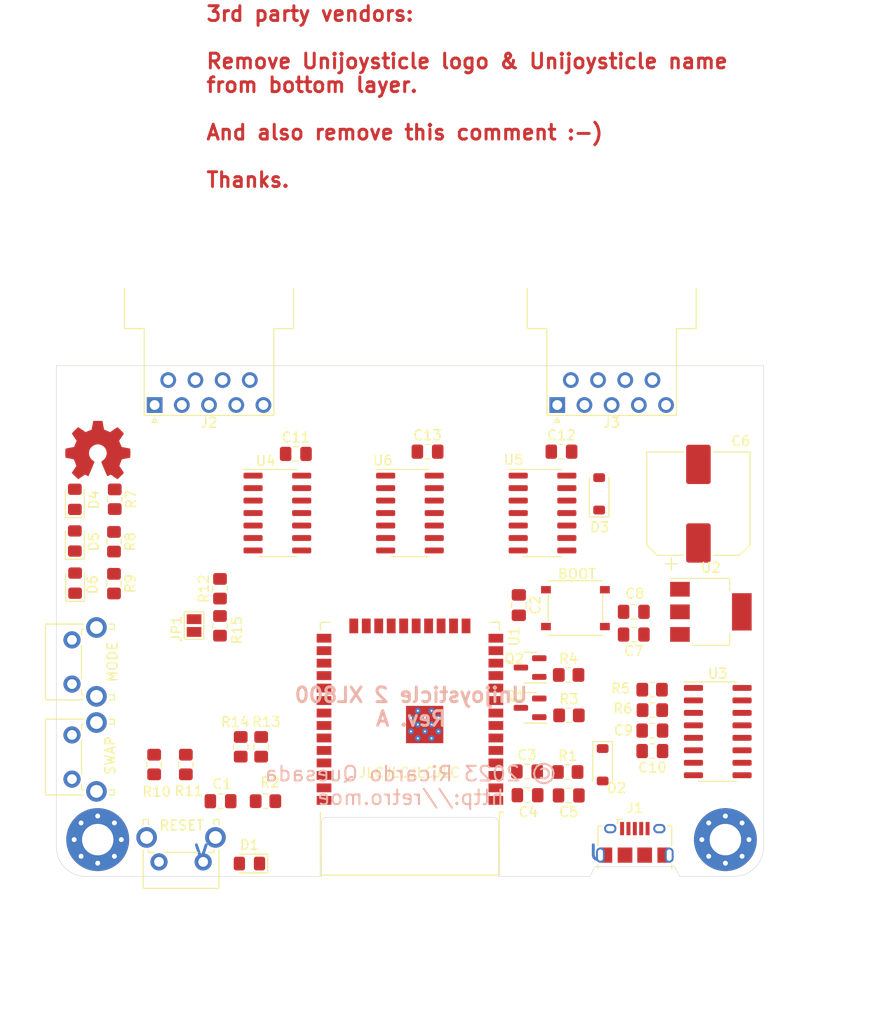
<source format=kicad_pcb>
(kicad_pcb (version 20221018) (generator pcbnew)
  (title_block (title "Unijoysticle 2 XL800") (date "2023-06-14") (rev "A") (company "Ricardo Quesada"))
  (layers (0 "F.Cu" signal) (1 "In1.Cu" power) (2 "In2.Cu" power) (31 "B.Cu" signal) (34 "B.Paste" user) (35 "F.Paste" user) (36 "B.SilkS" user "B.Silkscreen") (37 "F.SilkS" user "F.Silkscreen") (38 "B.Mask" user) (39 "F.Mask" user) (44 "Edge.Cuts" user))
  (net 0 "")
  (net 1 "Net-(D2-K)")
  (net 2 "/ESP32/ESP_EN")
  (net 3 "+3V3")
  (net 4 "VBUS")
  (net 5 "GPIO_BOOTSTRAP_04")
  (net 6 "/ESP32/ESP_BOOT")
  (net 7 "Net-(D1-A)")
  (net 8 "Net-(D4-A)")
  (net 9 "/USB Serial & Power/USBD-")
  (net 10 "/USB Serial & Power/USBD+")
  (net 11 "RTS_PROG")
  (net 12 "DTR_PROG")
  (net 13 "Net-(D5-A)")
  (net 14 "Net-(D6-A)")
  (net 15 "+5V")
  (net 18 "UART_TX")
  (net 19 "UART_RX")
  (net 20 "GPIO_39")
  (net 21 "GPIO_SWITCH_USER1")
  (net 22 "GPIO_SWITCH_USER2")
  (net 23 "GPIO_J2_LEFT")
  (net 24 "GPIO_J1_POTX")
  (net 25 "GPIO_J2_DOWN")
  (net 26 "GPIO_J1_UP")
  (net 27 "GPIO_J2_UP")
  (net 28 "GPIO_J1_FIRE")
  (net 29 "GPIO_LED_J2")
  (net 30 "GPIO_J2_FIRE")
  (net 31 "GPIO_J1_POTY")
  (net 32 "GPIO_J2_RIGHT")
  (net 33 "GPIO_LED_J1")
  (net 34 "GPIO_J1_DOWN")
  (net 35 "GPIO_J1_LEFT")
  (net 36 "GPIO_J2_POTX")
  (net 37 "GPIO_J2_POTY")
  (net 38 "GPIO_J1_RIGHT")
  (net 39 "/Atari Ports/J1_POTX")
  (net 40 "/Atari Ports/J1_FIRE")
  (net 41 "/Atari Ports/J1_POTY")
  (net 42 "/Atari Ports/J1_RIGHT")
  (net 43 "/Atari Ports/J1_LEFT")
  (net 44 "/Atari Ports/J1_DOWN")
  (net 45 "/Atari Ports/J1_UP")
  (net 46 "/Atari Ports/J2_UP")
  (net 47 "/Atari Ports/J2_DOWN")
  (net 48 "/Atari Ports/J2_LEFT")
  (net 49 "/Atari Ports/J2_RIGHT")
  (net 50 "/Atari Ports/J2_POTY")
  (net 51 "/Atari Ports/J2_FIRE")
  (net 52 "/Atari Ports/J2_POTX")
  (net 53 "Net-(Q1-B)")
  (net 54 "Net-(Q2-B)")
  (net 55 "Net-(U3-TXD)")
  (net 56 "Net-(U3-RXD)")
  (net 64 "GND")
  (net 65 "GPIO_BOOTSTRAP_15_LED_BT")
  (net 66 "GPIO_36")
  (net 67 "Net-(R12-Pad1)")
  (footprint "Connector_USB:USB_Micro-B_Amphenol_10118194_Horizontal" (layer "F.Cu") (at 136.4 144.526)
    (fp_text reference "J1" (at 0 -3.5) (layer "F.SilkS"))
    (fp_text value "USB_B_Micro")
    (pad "1" smd rect (at -1.3 -1.4) (size 0.4 1.35) (layers "F.Cu" "F.Paste" "F.Mask") (net 4 "VBUS"))
    (pad "2" smd rect (at -0.65 -1.4) (size 0.4 1.35) (layers "F.Cu" "F.Paste" "F.Mask") (net 9 "/USB Serial & Power/USBD-"))
    (pad "3" smd rect (at 0 -1.4) (size 0.4 1.35) (layers "F.Cu" "F.Paste" "F.Mask") (net 10 "/USB Serial & Power/USBD+"))
    (pad "4" smd rect (at 0.65 -1.4) (size 0.4 1.35) (layers "F.Cu" "F.Paste" "F.Mask"))
    (pad "5" smd rect (at 1.3 -1.4) (size 0.4 1.35) (layers "F.Cu" "F.Paste" "F.Mask") (net 64 "GND"))
    (pad "6" thru_hole oval (at -3.5 1.3) (size 0.89 1.55) (drill oval 0.5 1.15) (layers "*.Cu" "*.Mask"))
    (pad "6" smd rect (at -2.9 1.3) (size 1.2 1.55) (layers "F.Cu" "F.Paste" "F.Mask"))
    (pad "6" thru_hole oval (at -2.5 -1.4) (size 1.25 0.95) (drill oval 0.85 0.55) (layers "*.Cu" "*.Mask"))
    (pad "6" smd rect (at -1 1.3) (size 1.5 1.55) (layers "F.Cu" "F.Paste" "F.Mask"))
    (pad "6" smd rect (at 1 1.3) (size 1.5 1.55) (layers "F.Cu" "F.Paste" "F.Mask"))
    (pad "6" thru_hole oval (at 2.5 -1.4) (size 1.25 0.95) (drill oval 0.85 0.55) (layers "*.Cu" "*.Mask"))
    (pad "6" smd rect (at 2.9 1.3) (size 1.2 1.55) (layers "F.Cu" "F.Paste" "F.Mask"))
    (pad "6" thru_hole oval (at 3.5 1.3) (size 0.89 1.55) (drill oval 0.5 1.15) (layers "*.Cu" "*.Mask"))
  )
  (footprint "Connector_Dsub:DSUB-9_Female_Horizontal_P2.77x2.54mm_EdgePinOffset9.40mm" (layer "F.Cu") (at 87.5 100 180)
    (fp_text reference "J2" (at -5.54 -1.8) (layer "F.SilkS"))
    (fp_text value "DE9_Receptacle")
    (pad "1" thru_hole rect (at 0 0 180) (size 1.6 1.6) (drill 1) (layers "*.Cu" "*.Mask") (net 45 "/Atari Ports/J1_UP"))
    (pad "2" thru_hole circle (at -2.77 0 180) (size 1.6 1.6) (drill 1) (layers "*.Cu" "*.Mask") (net 44 "/Atari Ports/J1_DOWN"))
    (pad "3" thru_hole circle (at -5.54 0 180) (size 1.6 1.6) (drill 1) (layers "*.Cu" "*.Mask") (net 43 "/Atari Ports/J1_LEFT"))
    (pad "4" thru_hole circle (at -8.31 0 180) (size 1.6 1.6) (drill 1) (layers "*.Cu" "*.Mask") (net 42 "/Atari Ports/J1_RIGHT"))
    (pad "5" thru_hole circle (at -11.08 0 180) (size 1.6 1.6) (drill 1) (layers "*.Cu" "*.Mask") (net 41 "/Atari Ports/J1_POTY"))
    (pad "6" thru_hole circle (at -1.385 2.54 180) (size 1.6 1.6) (drill 1) (layers "*.Cu" "*.Mask") (net 40 "/Atari Ports/J1_FIRE"))
    (pad "7" thru_hole circle (at -4.155 2.54 180) (size 1.6 1.6) (drill 1) (layers "*.Cu" "*.Mask") (net 15 "+5V"))
    (pad "8" thru_hole circle (at -6.925 2.54 180) (size 1.6 1.6) (drill 1) (layers "*.Cu" "*.Mask") (net 64 "GND"))
    (pad "9" thru_hole circle (at -9.695 2.54 180) (size 1.6 1.6) (drill 1) (layers "*.Cu" "*.Mask") (net 39 "/Atari Ports/J1_POTX"))
  )
  (footprint "RF_Module:ESP32-WROOM-32D" (layer "F.Cu") (at 113.5 132 180)
    (fp_text reference "U1" (at -10.61 8.43 270) (layer "F.SilkS"))
    (fp_text value "ESP32-WROOM-32E")
    (pad "1" smd rect (at -8.75 -8.25 180) (size 1.5 0.9) (layers "F.Cu" "F.Paste" "F.Mask") (net 64 "GND"))
    (pad "2" smd rect (at -8.75 -6.98 180) (size 1.5 0.9) (layers "F.Cu" "F.Paste" "F.Mask") (net 3 "+3V3"))
    (pad "3" smd rect (at -8.75 -5.71 180) (size 1.5 0.9) (layers "F.Cu" "F.Paste" "F.Mask") (net 2 "/ESP32/ESP_EN"))
    (pad "4" smd rect (at -8.75 -4.44 180) (size 1.5 0.9) (layers "F.Cu" "F.Paste" "F.Mask") (net 66 "GPIO_36"))
    (pad "5" smd rect (at -8.75 -3.17 180) (size 1.5 0.9) (layers "F.Cu" "F.Paste" "F.Mask") (net 20 "GPIO_39"))
    (pad "6" smd rect (at -8.75 -1.9 180) (size 1.5 0.9) (layers "F.Cu" "F.Paste" "F.Mask") (net 21 "GPIO_SWITCH_USER1"))
    (pad "7" smd rect (at -8.75 -0.63 180) (size 1.5 0.9) (layers "F.Cu" "F.Paste" "F.Mask") (net 22 "GPIO_SWITCH_USER2"))
    (pad "8" smd rect (at -8.75 0.64 180) (size 1.5 0.9) (layers "F.Cu" "F.Paste" "F.Mask") (net 23 "GPIO_J2_LEFT"))
    (pad "9" smd rect (at -8.75 1.91 180) (size 1.5 0.9) (layers "F.Cu" "F.Paste" "F.Mask") (net 24 "GPIO_J1_POTX"))
    (pad "10" smd rect (at -8.75 3.18 180) (size 1.5 0.9) (layers "F.Cu" "F.Paste" "F.Mask") (net 25 "GPIO_J2_DOWN"))
    (pad "11" smd rect (at -8.75 4.45 180) (size 1.5 0.9) (layers "F.Cu" "F.Paste" "F.Mask") (net 26 "GPIO_J1_UP"))
    (pad "12" smd rect (at -8.75 5.72 180) (size 1.5 0.9) (layers "F.Cu" "F.Paste" "F.Mask") (net 27 "GPIO_J2_UP"))
    (pad "13" smd rect (at -8.75 6.99 180) (size 1.5 0.9) (layers "F.Cu" "F.Paste" "F.Mask") (net 28 "GPIO_J1_FIRE"))
    (pad "14" smd rect (at -8.75 8.26 180) (size 1.5 0.9) (layers "F.Cu" "F.Paste" "F.Mask") (net 29 "GPIO_LED_J2"))
    (pad "15" smd rect (at -5.71 9.51 270) (size 1.5 0.9) (layers "F.Cu" "F.Paste" "F.Mask") (net 64 "GND"))
    (pad "16" smd rect (at -4.44 9.51 270) (size 1.5 0.9) (layers "F.Cu" "F.Paste" "F.Mask") (net 30 "GPIO_J2_FIRE"))
    (pad "17" smd rect (at -3.17 9.51 270) (size 1.5 0.9) (layers "F.Cu" "F.Paste" "F.Mask"))
    (pad "18" smd rect (at -1.9 9.51 270) (size 1.5 0.9) (layers "F.Cu" "F.Paste" "F.Mask"))
    (pad "19" smd rect (at -0.63 9.51 270) (size 1.5 0.9) (layers "F.Cu" "F.Paste" "F.Mask"))
    (pad "20" smd rect (at 0.64 9.51 270) (size 1.5 0.9) (layers "F.Cu" "F.Paste" "F.Mask"))
    (pad "21" smd rect (at 1.91 9.51 270) (size 1.5 0.9) (layers "F.Cu" "F.Paste" "F.Mask"))
    (pad "22" smd rect (at 3.18 9.51 270) (size 1.5 0.9) (layers "F.Cu" "F.Paste" "F.Mask"))
    (pad "23" smd rect (at 4.45 9.51 270) (size 1.5 0.9) (layers "F.Cu" "F.Paste" "F.Mask") (net 65 "GPIO_BOOTSTRAP_15_LED_BT"))
    (pad "24" smd rect (at 5.72 9.51 270) (size 1.5 0.9) (layers "F.Cu" "F.Paste" "F.Mask"))
    (pad "25" smd rect (at 8.75 8.26 180) (size 1.5 0.9) (layers "F.Cu" "F.Paste" "F.Mask") (net 6 "/ESP32/ESP_BOOT"))
    (pad "26" smd rect (at 8.75 6.99 180) (size 1.5 0.9) (layers "F.Cu" "F.Paste" "F.Mask") (net 5 "GPIO_BOOTSTRAP_04"))
    (pad "27" smd rect (at 8.75 5.72 180) (size 1.5 0.9) (layers "F.Cu" "F.Paste" "F.Mask") (net 31 "GPIO_J1_POTY"))
    (pad "28" smd rect (at 8.75 4.45 180) (size 1.5 0.9) (layers "F.Cu" "F.Paste" "F.Mask") (net 32 "GPIO_J2_RIGHT"))
    (pad "29" smd rect (at 8.75 3.18 180) (size 1.5 0.9) (layers "F.Cu" "F.Paste" "F.Mask") (net 33 "GPIO_LED_J1"))
    (pad "30" smd rect (at 8.75 1.91 180) (size 1.5 0.9) (layers "F.Cu" "F.Paste" "F.Mask") (net 34 "GPIO_J1_DOWN"))
    (pad "31" smd rect (at 8.75 0.64 180) (size 1.5 0.9) (layers "F.Cu" "F.Paste" "F.Mask") (net 35 "GPIO_J1_LEFT"))
    (pad "32" smd rect (at 8.75 -0.63 180) (size 1.5 0.9) (layers "F.Cu" "F.Paste" "F.Mask"))
    (pad "33" smd rect (at 8.75 -1.9 180) (size 1.5 0.9) (layers "F.Cu" "F.Paste" "F.Mask") (net 36 "GPIO_J2_POTX"))
    (pad "34" smd rect (at 8.75 -3.17 180) (size 1.5 0.9) (layers "F.Cu" "F.Paste" "F.Mask") (net 18 "UART_TX"))
    (pad "35" smd rect (at 8.75 -4.44 180) (size 1.5 0.9) (layers "F.Cu" "F.Paste" "F.Mask") (net 19 "UART_RX"))
    (pad "36" smd rect (at 8.75 -5.71 180) (size 1.5 0.9) (layers "F.Cu" "F.Paste" "F.Mask") (net 37 "GPIO_J2_POTY"))
    (pad "37" smd rect (at 8.75 -6.98 180) (size 1.5 0.9) (layers "F.Cu" "F.Paste" "F.Mask") (net 38 "GPIO_J1_RIGHT"))
    (pad "38" smd rect (at 8.75 -8.25 180) (size 1.5 0.9) (layers "F.Cu" "F.Paste" "F.Mask") (net 64 "GND"))
    (pad "39" smd rect (at -2.9 -1.93 180) (size 0.9 0.9) (layers "F.Cu" "F.Paste") (net 64 "GND"))
    (pad "39" thru_hole circle (at -2.9 -1.23 180) (size 0.6 0.6) (drill 0.2) (property pad_prop_heatsink) (layers "*.Cu" "F.Mask") (net 64 "GND"))
    (pad "39" smd rect (at -2.9 -0.53 180) (size 0.9 0.9) (layers "F.Cu" "F.Paste") (net 64 "GND"))
    (pad "39" thru_hole circle (at -2.9 0.17 180) (size 0.6 0.6) (drill 0.2) (property pad_prop_heatsink) (layers "*.Cu" "F.Mask") (net 64 "GND"))
    (pad "39" smd rect (at -2.9 0.87 180) (size 0.9 0.9) (layers "F.Cu" "F.Paste") (net 64 "GND"))
    (pad "39" thru_hole circle (at -2.2 -1.93 180) (size 0.6 0.6) (drill 0.2) (property pad_prop_heatsink) (layers "*.Cu" "F.Mask") (net 64 "GND"))
    (pad "39" thru_hole circle (at -2.2 -0.53 180) (size 0.6 0.6) (drill 0.2) (property pad_prop_heatsink) (layers "*.Cu" "F.Mask") (net 64 "GND"))
    (pad "39" thru_hole circle (at -2.2 0.87 180) (size 0.6 0.6) (drill 0.2) (property pad_prop_heatsink) (layers "*.Cu" "F.Mask") (net 64 "GND"))
    (pad "39" thru_hole circle (at -1.525 -1.23 180) (size 0.6 0.6) (drill 0.2) (property pad_prop_heatsink) (layers "*.Cu" "F.Mask") (net 64 "GND"))
    (pad "39" thru_hole circle (at -1.525 0.17 180) (size 0.6 0.6) (drill 0.2) (property pad_prop_heatsink) (layers "*.Cu" "F.Mask") (net 64 "GND"))
    (pad "39" smd rect (at -1.5 -1.93 180) (size 0.9 0.9) (layers "F.Cu" "F.Paste") (net 64 "GND"))
    (pad "39" smd rect (at -1.5 -0.53 180) (size 0.9 0.9) (layers "F.Cu" "F.Paste") (net 64 "GND"))
    (pad "39" smd rect (at -1.5 -0.53 180) (size 3.8 3.8) (layers "F.Cu" "F.Mask") (net 64 "GND"))
    (pad "39" smd rect (at -1.5 0.87 180) (size 0.9 0.9) (layers "F.Cu" "F.Paste") (net 64 "GND"))
    (pad "39" thru_hole circle (at -0.8 -1.93 180) (size 0.6 0.6) (drill 0.2) (property pad_prop_heatsink) (layers "*.Cu" "F.Mask") (net 64 "GND"))
    (pad "39" thru_hole circle (at -0.8 -0.53 180) (size 0.6 0.6) (drill 0.2) (property pad_prop_heatsink) (layers "*.Cu" "F.Mask") (net 64 "GND"))
    (pad "39" thru_hole circle (at -0.8 0.87 180) (size 0.6 0.6) (drill 0.2) (property pad_prop_heatsink) (layers "*.Cu" "F.Mask") (net 64 "GND"))
    (pad "39" smd rect (at -0.1 -1.93 180) (size 0.9 0.9) (layers "F.Cu" "F.Paste") (net 64 "GND"))
    (pad "39" thru_hole circle (at -0.1 -1.23 180) (size 0.6 0.6) (drill 0.2) (property pad_prop_heatsink) (layers "*.Cu" "F.Mask") (net 64 "GND"))
    (pad "39" smd rect (at -0.1 -0.53 180) (size 0.9 0.9) (layers "F.Cu" "F.Paste") (net 64 "GND"))
    (pad "39" thru_hole circle (at -0.1 0.17 180) (size 0.6 0.6) (drill 0.2) (property pad_prop_heatsink) (layers "*.Cu" "F.Mask") (net 64 "GND"))
    (pad "39" smd rect (at -0.1 0.87 180) (size 0.9 0.9) (layers "F.Cu" "F.Paste") (net 64 "GND"))
  )
  (footprint "Package_SO:SOIC-16_3.9x9.9mm_P1.27mm" (layer "F.Cu") (at 144.845 133.2484)
    (fp_text reference "U3" (at 0 -5.9) (layer "F.SilkS"))
    (fp_text value "CH340C")
    (pad "1" smd roundrect (at -2.475 -4.445) (size 1.95 0.6) (layers "F.Cu" "F.Paste" "F.Mask") (net 64 "GND"))
    (pad "2" smd roundrect (at -2.475 -3.175) (size 1.95 0.6) (layers "F.Cu" "F.Paste" "F.Mask") (net 55 "Net-(U3-TXD)"))
    (pad "3" smd roundrect (at -2.475 -1.905) (size 1.95 0.6) (layers "F.Cu" "F.Paste" "F.Mask") (net 56 "Net-(U3-RXD)"))
    (pad "4" smd roundrect (at -2.475 -0.635) (size 1.95 0.6) (layers "F.Cu" "F.Paste" "F.Mask") (net 3 "+3V3"))
    (pad "5" smd roundrect (at -2.475 0.635) (size 1.95 0.6) (layers "F.Cu" "F.Paste" "F.Mask") (net 10 "/USB Serial & Power/USBD+"))
    (pad "6" smd roundrect (at -2.475 1.905) (size 1.95 0.6) (layers "F.Cu" "F.Paste" "F.Mask") (net 9 "/USB Serial & Power/USBD-"))
    (pad "7" smd roundrect (at -2.475 3.175) (size 1.95 0.6) (layers "F.Cu" "F.Paste" "F.Mask"))
    (pad "8" smd roundrect (at -2.475 4.445) (size 1.95 0.6) (layers "F.Cu" "F.Paste" "F.Mask"))
    (pad "9" smd roundrect (at 2.475 4.445) (size 1.95 0.6) (layers "F.Cu" "F.Paste" "F.Mask"))
    (pad "10" smd roundrect (at 2.475 3.175) (size 1.95 0.6) (layers "F.Cu" "F.Paste" "F.Mask"))
    (pad "11" smd roundrect (at 2.475 1.905) (size 1.95 0.6) (layers "F.Cu" "F.Paste" "F.Mask"))
    (pad "12" smd roundrect (at 2.475 0.635) (size 1.95 0.6) (layers "F.Cu" "F.Paste" "F.Mask"))
    (pad "13" smd roundrect (at 2.475 -0.635) (size 1.95 0.6) (layers "F.Cu" "F.Paste" "F.Mask") (net 12 "DTR_PROG"))
    (pad "14" smd roundrect (at 2.475 -1.905) (size 1.95 0.6) (layers "F.Cu" "F.Paste" "F.Mask") (net 11 "RTS_PROG"))
    (pad "15" smd roundrect (at 2.475 -3.175) (size 1.95 0.6) (layers "F.Cu" "F.Paste" "F.Mask"))
    (pad "16" smd roundrect (at 2.475 -4.445) (size 1.95 0.6) (layers "F.Cu" "F.Paste" "F.Mask") (net 3 "+3V3"))
  )
  (footprint "Package_SO:SOIC-14_3.9x8.7mm_P1.27mm" (layer "F.Cu") (at 100 111)
    (fp_text reference "U4" (at -1.194 -5.3106) (layer "F.SilkS"))
    (fp_text value "74HC05")
    (pad "1" smd roundrect (at -2.475 -3.81) (size 1.95 0.6) (layers "F.Cu" "F.Paste" "F.Mask") (net 26 "GPIO_J1_UP"))
    (pad "2" smd roundrect (at -2.475 -2.54) (size 1.95 0.6) (layers "F.Cu" "F.Paste" "F.Mask") (net 45 "/Atari Ports/J1_UP"))
    (pad "3" smd roundrect (at -2.475 -1.27) (size 1.95 0.6) (layers "F.Cu" "F.Paste" "F.Mask") (net 34 "GPIO_J1_DOWN"))
    (pad "4" smd roundrect (at -2.475 0) (size 1.95 0.6) (layers "F.Cu" "F.Paste" "F.Mask") (net 44 "/Atari Ports/J1_DOWN"))
    (pad "5" smd roundrect (at -2.475 1.27) (size 1.95 0.6) (layers "F.Cu" "F.Paste" "F.Mask") (net 35 "GPIO_J1_LEFT"))
    (pad "6" smd roundrect (at -2.475 2.54) (size 1.95 0.6) (layers "F.Cu" "F.Paste" "F.Mask") (net 43 "/Atari Ports/J1_LEFT"))
    (pad "7" smd roundrect (at -2.475 3.81) (size 1.95 0.6) (layers "F.Cu" "F.Paste" "F.Mask") (net 64 "GND"))
    (pad "8" smd roundrect (at 2.475 3.81) (size 1.95 0.6) (layers "F.Cu" "F.Paste" "F.Mask") (net 42 "/Atari Ports/J1_RIGHT"))
    (pad "9" smd roundrect (at 2.475 2.54) (size 1.95 0.6) (layers "F.Cu" "F.Paste" "F.Mask") (net 38 "GPIO_J1_RIGHT"))
    (pad "10" smd roundrect (at 2.475 1.27) (size 1.95 0.6) (layers "F.Cu" "F.Paste" "F.Mask") (net 40 "/Atari Ports/J1_FIRE"))
    (pad "11" smd roundrect (at 2.475 0) (size 1.95 0.6) (layers "F.Cu" "F.Paste" "F.Mask") (net 28 "GPIO_J1_FIRE"))
    (pad "12" smd roundrect (at 2.475 -1.27) (size 1.95 0.6) (layers "F.Cu" "F.Paste" "F.Mask"))
    (pad "13" smd roundrect (at 2.475 -2.54) (size 1.95 0.6) (layers "F.Cu" "F.Paste" "F.Mask"))
    (pad "14" smd roundrect (at 2.475 -3.81) (size 1.95 0.6) (layers "F.Cu" "F.Paste" "F.Mask") (net 15 "+5V"))
  )
  (footprint "Package_TO_SOT_SMD:SOT-223-3_TabPin2" (layer "F.Cu") (at 144.145 121.0564)
    (fp_text reference "U2" (at 0 -4.5) (layer "F.SilkS"))
    (fp_text value "AMS1117-3.3")
    (pad "1" smd rect (at -3.15 -2.3) (size 2 1.5) (layers "F.Cu" "F.Paste" "F.Mask") (net 64 "GND"))
    (pad "2" smd rect (at -3.15 0) (size 2 1.5) (layers "F.Cu" "F.Paste" "F.Mask") (net 3 "+3V3"))
    (pad "2" smd rect (at 3.15 0) (size 2 3.8) (layers "F.Cu" "F.Paste" "F.Mask") (net 3 "+3V3"))
    (pad "3" smd rect (at -3.15 2.3) (size 2 1.5) (layers "F.Cu" "F.Paste" "F.Mask") (net 1 "Net-(D2-K)"))
  )
  (footprint "MountingHole:MountingHole_3.2mm_M3_Pad_Via" (layer "F.Cu") (at 81.707056 144.2466)
    (fp_text reference "H1")
    (fp_text value "MountingHole_Pad")
    (pad "1" thru_hole circle (at -2.4 0) (size 0.8 0.8) (drill 0.5) (layers "*.Cu" "*.Mask") (net 64 "GND"))
    (pad "1" thru_hole circle (at -1.697056 -1.697056) (size 0.8 0.8) (drill 0.5) (layers "*.Cu" "*.Mask") (net 64 "GND"))
    (pad "1" thru_hole circle (at -1.697056 1.697056) (size 0.8 0.8) (drill 0.5) (layers "*.Cu" "*.Mask") (net 64 "GND"))
    (pad "1" thru_hole circle (at 0 -2.4) (size 0.8 0.8) (drill 0.5) (layers "*.Cu" "*.Mask") (net 64 "GND"))
    (pad "1" thru_hole circle (at 0 0) (size 6.4 6.4) (drill 3.2) (layers "*.Cu" "*.Mask") (net 64 "GND"))
    (pad "1" thru_hole circle (at 0 2.4) (size 0.8 0.8) (drill 0.5) (layers "*.Cu" "*.Mask") (net 64 "GND"))
    (pad "1" thru_hole circle (at 1.697056 -1.697056) (size 0.8 0.8) (drill 0.5) (layers "*.Cu" "*.Mask") (net 64 "GND"))
    (pad "1" thru_hole circle (at 1.697056 1.697056) (size 0.8 0.8) (drill 0.5) (layers "*.Cu" "*.Mask") (net 64 "GND"))
    (pad "1" thru_hole circle (at 2.4 0) (size 0.8 0.8) (drill 0.5) (layers "*.Cu" "*.Mask") (net 64 "GND"))
  )
  (footprint "MountingHole:MountingHole_3.2mm_M3_Pad_Via" (layer "F.Cu") (at 145.622944 144.2466)
    (fp_text reference "H2")
    (fp_text value "MountingHole_Pad")
    (pad "1" thru_hole circle (at -2.4 0) (size 0.8 0.8) (drill 0.5) (layers "*.Cu" "*.Mask") (net 64 "GND"))
    (pad "1" thru_hole circle (at -1.697056 -1.697056) (size 0.8 0.8) (drill 0.5) (layers "*.Cu" "*.Mask") (net 64 "GND"))
    (pad "1" thru_hole circle (at -1.697056 1.697056) (size 0.8 0.8) (drill 0.5) (layers "*.Cu" "*.Mask") (net 64 "GND"))
    (pad "1" thru_hole circle (at 0 -2.4) (size 0.8 0.8) (drill 0.5) (layers "*.Cu" "*.Mask") (net 64 "GND"))
    (pad "1" thru_hole circle (at 0 0) (size 6.4 6.4) (drill 3.2) (layers "*.Cu" "*.Mask") (net 64 "GND"))
    (pad "1" thru_hole circle (at 0 2.4) (size 0.8 0.8) (drill 0.5) (layers "*.Cu" "*.Mask") (net 64 "GND"))
    (pad "1" thru_hole circle (at 1.697056 -1.697056) (size 0.8 0.8) (drill 0.5) (layers "*.Cu" "*.Mask") (net 64 "GND"))
    (pad "1" thru_hole circle (at 1.697056 1.697056) (size 0.8 0.8) (drill 0.5) (layers "*.Cu" "*.Mask") (net 64 "GND"))
    (pad "1" thru_hole circle (at 2.4 0) (size 0.8 0.8) (drill 0.5) (layers "*.Cu" "*.Mask") (net 64 "GND"))
  )
  (footprint "Package_SO:SOIC-14_3.9x8.7mm_P1.27mm" (layer "F.Cu") (at 113.5 111)
    (fp_text reference "U6" (at -2.756 -5.3614) (layer "F.SilkS"))
    (fp_text value "74HC05")
    (pad "1" smd roundrect (at -2.475 -3.81) (size 1.95 0.6) (layers "F.Cu" "F.Paste" "F.Mask") (net 24 "GPIO_J1_POTX"))
    (pad "2" smd roundrect (at -2.475 -2.54) (size 1.95 0.6) (layers "F.Cu" "F.Paste" "F.Mask") (net 39 "/Atari Ports/J1_POTX"))
    (pad "3" smd roundrect (at -2.475 -1.27) (size 1.95 0.6) (layers "F.Cu" "F.Paste" "F.Mask") (net 31 "GPIO_J1_POTY"))
    (pad "4" smd roundrect (at -2.475 0) (size 1.95 0.6) (layers "F.Cu" "F.Paste" "F.Mask") (net 41 "/Atari Ports/J1_POTY"))
    (pad "5" smd roundrect (at -2.475 1.27) (size 1.95 0.6) (layers "F.Cu" "F.Paste" "F.Mask"))
    (pad "6" smd roundrect (at -2.475 2.54) (size 1.95 0.6) (layers "F.Cu" "F.Paste" "F.Mask"))
    (pad "7" smd roundrect (at -2.475 3.81) (size 1.95 0.6) (layers "F.Cu" "F.Paste" "F.Mask") (net 64 "GND"))
    (pad "8" smd roundrect (at 2.475 3.81) (size 1.95 0.6) (layers "F.Cu" "F.Paste" "F.Mask"))
    (pad "9" smd roundrect (at 2.475 2.54) (size 1.95 0.6) (layers "F.Cu" "F.Paste" "F.Mask"))
    (pad "10" smd roundrect (at 2.475 1.27) (size 1.95 0.6) (layers "F.Cu" "F.Paste" "F.Mask") (net 50 "/Atari Ports/J2_POTY"))
    (pad "11" smd roundrect (at 2.475 0) (size 1.95 0.6) (layers "F.Cu" "F.Paste" "F.Mask") (net 37 "GPIO_J2_POTY"))
    (pad "12" smd roundrect (at 2.475 -1.27) (size 1.95 0.6) (layers "F.Cu" "F.Paste" "F.Mask") (net 52 "/Atari Ports/J2_POTX"))
    (pad "13" smd roundrect (at 2.475 -2.54) (size 1.95 0.6) (layers "F.Cu" "F.Paste" "F.Mask") (net 36 "GPIO_J2_POTX"))
    (pad "14" smd roundrect (at 2.475 -3.81) (size 1.95 0.6) (layers "F.Cu" "F.Paste" "F.Mask") (net 15 "+5V"))
  )
  (footprint "Package_SO:SOIC-14_3.9x8.7mm_P1.27mm" (layer "F.Cu") (at 127 111)
    (fp_text reference "U5" (at -2.9464 -5.4122) (layer "F.SilkS"))
    (fp_text value "74HC05")
    (pad "1" smd roundrect (at -2.475 -3.81) (size 1.95 0.6) (layers "F.Cu" "F.Paste" "F.Mask") (net 27 "GPIO_J2_UP"))
    (pad "2" smd roundrect (at -2.475 -2.54) (size 1.95 0.6) (layers "F.Cu" "F.Paste" "F.Mask") (net 46 "/Atari Ports/J2_UP"))
    (pad "3" smd roundrect (at -2.475 -1.27) (size 1.95 0.6) (layers "F.Cu" "F.Paste" "F.Mask") (net 25 "GPIO_J2_DOWN"))
    (pad "4" smd roundrect (at -2.475 0) (size 1.95 0.6) (layers "F.Cu" "F.Paste" "F.Mask") (net 47 "/Atari Ports/J2_DOWN"))
    (pad "5" smd roundrect (at -2.475 1.27) (size 1.95 0.6) (layers "F.Cu" "F.Paste" "F.Mask") (net 23 "GPIO_J2_LEFT"))
    (pad "6" smd roundrect (at -2.475 2.54) (size 1.95 0.6) (layers "F.Cu" "F.Paste" "F.Mask") (net 48 "/Atari Ports/J2_LEFT"))
    (pad "7" smd roundrect (at -2.475 3.81) (size 1.95 0.6) (layers "F.Cu" "F.Paste" "F.Mask") (net 64 "GND"))
    (pad "8" smd roundrect (at 2.475 3.81) (size 1.95 0.6) (layers "F.Cu" "F.Paste" "F.Mask") (net 49 "/Atari Ports/J2_RIGHT"))
    (pad "9" smd roundrect (at 2.475 2.54) (size 1.95 0.6) (layers "F.Cu" "F.Paste" "F.Mask") (net 32 "GPIO_J2_RIGHT"))
    (pad "10" smd roundrect (at 2.475 1.27) (size 1.95 0.6) (layers "F.Cu" "F.Paste" "F.Mask") (net 51 "/Atari Ports/J2_FIRE"))
    (pad "11" smd roundrect (at 2.475 0) (size 1.95 0.6) (layers "F.Cu" "F.Paste" "F.Mask") (net 30 "GPIO_J2_FIRE"))
    (pad "12" smd roundrect (at 2.475 -1.27) (size 1.95 0.6) (layers "F.Cu" "F.Paste" "F.Mask"))
    (pad "13" smd roundrect (at 2.475 -2.54) (size 1.95 0.6) (layers "F.Cu" "F.Paste" "F.Mask"))
    (pad "14" smd roundrect (at 2.475 -3.81) (size 1.95 0.6) (layers "F.Cu" "F.Paste" "F.Mask") (net 15 "+5V"))
  )
  (footprint "Package_TO_SOT_SMD:SOT-23" (layer "F.Cu") (at 125.735 130.83 180)
    (fp_text reference "Q1" (at 1.5 1.2) (layer "F.SilkS"))
    (fp_text value "S8050")
    (pad "1" smd roundrect (at -0.9375 -0.95 180) (size 1.475 0.6) (layers "F.Cu" "F.Paste" "F.Mask") (net 53 "Net-(Q1-B)"))
    (pad "2" smd roundrect (at -0.9375 0.95 180) (size 1.475 0.6) (layers "F.Cu" "F.Paste" "F.Mask") (net 11 "RTS_PROG"))
    (pad "3" smd roundrect (at 0.9375 0 180) (size 1.475 0.6) (layers "F.Cu" "F.Paste" "F.Mask") (net 2 "/ESP32/ESP_EN"))
  )
  (footprint "Package_TO_SOT_SMD:SOT-23" (layer "F.Cu") (at 125.735 126.73 180)
    (fp_text reference "Q2" (at 1.6052 0.8984) (layer "F.SilkS"))
    (fp_text value "S8050")
    (pad "1" smd roundrect (at -0.9375 -0.95 180) (size 1.475 0.6) (layers "F.Cu" "F.Paste" "F.Mask") (net 54 "Net-(Q2-B)"))
    (pad "2" smd roundrect (at -0.9375 0.95 180) (size 1.475 0.6) (layers "F.Cu" "F.Paste" "F.Mask") (net 12 "DTR_PROG"))
    (pad "3" smd roundrect (at 0.9375 0 180) (size 1.475 0.6) (layers "F.Cu" "F.Paste" "F.Mask") (net 6 "/ESP32/ESP_BOOT"))
  )
  (footprint "Connector_Dsub:DSUB-9_Female_Horizontal_P2.77x2.54mm_EdgePinOffset9.40mm" (layer "F.Cu") (at 128.5 100 180)
    (fp_text reference "J3" (at -5.54 -1.8) (layer "F.SilkS"))
    (fp_text value "DE9_Receptacle")
    (pad "1" thru_hole rect (at 0 0 180) (size 1.6 1.6) (drill 1) (layers "*.Cu" "*.Mask") (net 46 "/Atari Ports/J2_UP"))
    (pad "2" thru_hole circle (at -2.77 0 180) (size 1.6 1.6) (drill 1) (layers "*.Cu" "*.Mask") (net 47 "/Atari Ports/J2_DOWN"))
    (pad "3" thru_hole circle (at -5.54 0 180) (size 1.6 1.6) (drill 1) (layers "*.Cu" "*.Mask") (net 48 "/Atari Ports/J2_LEFT"))
    (pad "4" thru_hole circle (at -8.31 0 180) (size 1.6 1.6) (drill 1) (layers "*.Cu" "*.Mask") (net 49 "/Atari Ports/J2_RIGHT"))
    (pad "5" thru_hole circle (at -11.08 0 180) (size 1.6 1.6) (drill 1) (layers "*.Cu" "*.Mask") (net 50 "/Atari Ports/J2_POTY"))
    (pad "6" thru_hole circle (at -1.385 2.54 180) (size 1.6 1.6) (drill 1) (layers "*.Cu" "*.Mask") (net 51 "/Atari Ports/J2_FIRE"))
    (pad "7" thru_hole circle (at -4.155 2.54 180) (size 1.6 1.6) (drill 1) (layers "*.Cu" "*.Mask") (net 15 "+5V"))
    (pad "8" thru_hole circle (at -6.925 2.54 180) (size 1.6 1.6) (drill 1) (layers "*.Cu" "*.Mask") (net 64 "GND"))
    (pad "9" thru_hole circle (at -9.695 2.54 180) (size 1.6 1.6) (drill 1) (layers "*.Cu" "*.Mask") (net 52 "/Atari Ports/J2_POTX"))
  )
  (footprint "Resistor_SMD:R_0805_2012Metric_Pad1.20x1.40mm_HandSolder" (layer "F.Cu") (at 83.439 109.5916 -90)
    (fp_text reference "R7" (at 0 -1.65 90) (layer "F.SilkS"))
    (fp_text value "3.3K")
    (pad "1" smd roundrect (at -1 0 270) (size 1.2 1.4) (layers "F.Cu" "F.Paste" "F.Mask") (roundrect_rratio 0.208333) (net 8 "Net-(D4-A)"))
    (pad "2" smd roundrect (at 1 0 270) (size 1.2 1.4) (layers "F.Cu" "F.Paste" "F.Mask") (roundrect_rratio 0.208333) (net 65 "GPIO_BOOTSTRAP_15_LED_BT"))
  )
  (footprint "Resistor_SMD:R_0805_2012Metric_Pad1.20x1.40mm_HandSolder" (layer "F.Cu") (at 98.3488 134.7978 -90)
    (fp_text reference "R13" (at -2.54 -0.5334) (layer "F.SilkS"))
    (fp_text value "0")
    (pad "1" smd roundrect (at -1 0 270) (size 1.2 1.4) (layers "F.Cu" "F.Paste" "F.Mask") (roundrect_rratio 0.208333) (net 64 "GND"))
    (pad "2" smd roundrect (at 1 0 270) (size 1.2 1.4) (layers "F.Cu" "F.Paste" "F.Mask") (roundrect_rratio 0.208333) (net 66 "GPIO_36"))
  )
  (footprint "Resistor_SMD:R_0805_2012Metric_Pad1.20x1.40mm_HandSolder" (layer "F.Cu") (at 94.155 122.48 90)
    (fp_text reference "R15" (at -0.44 1.72 90) (layer "F.SilkS"))
    (fp_text value "0")
    (pad "1" smd roundrect (at -1 0 90) (size 1.2 1.4) (layers "F.Cu" "F.Paste" "F.Mask") (roundrect_rratio 0.208333) (net 64 "GND"))
    (pad "2" smd roundrect (at 1 0 90) (size 1.2 1.4) (layers "F.Cu" "F.Paste" "F.Mask") (roundrect_rratio 0.208333) (net 67 "Net-(R12-Pad1)"))
  )
  (footprint "LED_SMD:LED_0805_2012Metric_Pad1.15x1.40mm_HandSolder" (layer "F.Cu") (at 79.375 109.601 90)
    (fp_text reference "D4" (at -0.0508 1.9558 90) (layer "F.SilkS"))
    (fp_text value "BLUE")
    (pad "1" smd roundrect (at -1.025 0 90) (size 1.15 1.4) (layers "F.Cu" "F.Paste" "F.Mask") (roundrect_rratio 0.217391) (net 64 "GND"))
    (pad "2" smd roundrect (at 1.025 0 90) (size 1.15 1.4) (layers "F.Cu" "F.Paste" "F.Mask") (roundrect_rratio 0.217391) (net 8 "Net-(D4-A)"))
  )
  (footprint "LED_SMD:LED_0805_2012Metric_Pad1.15x1.40mm_HandSolder" (layer "F.Cu") (at 79.4004 118.1354 90)
    (fp_text reference "D6" (at -0.1524 1.778 90) (layer "F.SilkS"))
    (fp_text value "RED")
    (pad "1" smd roundrect (at -1.025 0 90) (size 1.15 1.4) (layers "F.Cu" "F.Paste" "F.Mask") (roundrect_rratio 0.217391) (net 64 "GND"))
    (pad "2" smd roundrect (at 1.025 0 90) (size 1.15 1.4) (layers "F.Cu" "F.Paste" "F.Mask") (roundrect_rratio 0.217391) (net 14 "Net-(D6-A)"))
  )
  (footprint "Resistor_SMD:R_0805_2012Metric_Pad1.20x1.40mm_HandSolder" (layer "F.Cu") (at 94.1578 118.7036 90)
    (fp_text reference "R12" (at 0 -1.65 90) (layer "F.SilkS"))
    (fp_text value "3.3K")
    (pad "1" smd roundrect (at -1 0 90) (size 1.2 1.4) (layers "F.Cu" "F.Paste" "F.Mask") (roundrect_rratio 0.208333) (net 67 "Net-(R12-Pad1)"))
    (pad "2" smd roundrect (at 1 0 90) (size 1.2 1.4) (layers "F.Cu" "F.Paste" "F.Mask") (roundrect_rratio 0.208333) (net 65 "GPIO_BOOTSTRAP_15_LED_BT"))
  )
  (footprint "Resistor_SMD:R_0805_2012Metric_Pad1.20x1.40mm_HandSolder" (layer "F.Cu") (at 129.5654 137.3632)
    (fp_text reference "R1" (at 0 -1.65) (layer "F.SilkS"))
    (fp_text value "10K")
    (pad "1" smd roundrect (at -1 0) (size 1.2 1.4) (layers "F.Cu" "F.Paste" "F.Mask") (roundrect_rratio 0.208333) (net 2 "/ESP32/ESP_EN"))
    (pad "2" smd roundrect (at 1 0) (size 1.2 1.4) (layers "F.Cu" "F.Paste" "F.Mask") (roundrect_rratio 0.208333) (net 3 "+3V3"))
  )
  (footprint "Resistor_SMD:R_0805_2012Metric_Pad1.20x1.40mm_HandSolder" (layer "F.Cu") (at 138.1854 131.064)
    (fp_text reference "R6" (at -2.9972 -0.1524) (layer "F.SilkS"))
    (fp_text value "1K")
    (pad "1" smd roundrect (at -1 0) (size 1.2 1.4) (layers "F.Cu" "F.Paste" "F.Mask") (roundrect_rratio 0.208333) (net 19 "UART_RX"))
    (pad "2" smd roundrect (at 1 0) (size 1.2 1.4) (layers "F.Cu" "F.Paste" "F.Mask") (roundrect_rratio 0.208333) (net 56 "Net-(U3-RXD)"))
  )
  (footprint "Button_Switch_THT:SW_Tactile_SPST_Angled_PTS645Vx39-2LFS" (layer "F.Cu") (at 92.445 146.5153 180)
    (fp_text reference "SW1")
    (fp_text value "RESET" (at 2.1988 3.7165) (layer "F.SilkS"))
    (pad "" thru_hole circle (at -1.25 2.49 180) (size 2.1 2.1) (drill 1.3) (layers "*.Cu" "*.Mask"))
    (pad "" thru_hole circle (at 5.76 2.49 180) (size 2.1 2.1) (drill 1.3) (layers "*.Cu" "*.Mask"))
    (pad "1" thru_hole circle (at 0 0 180) (size 1.75 1.75) (drill 0.99) (layers "*.Cu" "*.Mask") (net 64 "GND"))
    (pad "2" thru_hole circle (at 4.5 0 180) (size 1.75 1.75) (drill 0.99) (layers "*.Cu" "*.Mask") (net 2 "/ESP32/ESP_EN"))
  )
  (footprint "Button_Switch_THT:SW_Tactile_SPST_Angled_PTS645Vx39-2LFS" (layer "F.Cu") (at 79.0875 128.4114 90)
    (fp_text reference "SW3")
    (fp_text value "MODE" (at 2.25 4.1229 90) (layer "F.SilkS"))
    (pad "" thru_hole circle (at -1.25 2.49 90) (size 2.1 2.1) (drill 1.3) (layers "*.Cu" "*.Mask"))
    (pad "" thru_hole circle (at 5.76 2.49 90) (size 2.1 2.1) (drill 1.3) (layers "*.Cu" "*.Mask"))
    (pad "1" thru_hole circle (at 0 0 90) (size 1.75 1.75) (drill 0.99) (layers "*.Cu" "*.Mask") (net 64 "GND"))
    (pad "2" thru_hole circle (at 4.5 0 90) (size 1.75 1.75) (drill 0.99) (layers "*.Cu" "*.Mask") (net 21 "GPIO_SWITCH_USER1"))
  )
  (footprint "Capacitor_SMD:C_0805_2012Metric_Pad1.18x1.45mm_HandSolder" (layer "F.Cu") (at 136.2925 123.3678 180)
    (fp_text reference "C7" (at 0 -1.68) (layer "F.SilkS"))
    (fp_text value "22uF")
    (pad "1" smd roundrect (at -1.0375 0 180) (size 1.175 1.45) (layers "F.Cu" "F.Paste" "F.Mask") (roundrect_rratio 0.212766) (net 1 "Net-(D2-K)"))
    (pad "2" smd roundrect (at 1.0375 0 180) (size 1.175 1.45) (layers "F.Cu" "F.Paste" "F.Mask") (roundrect_rratio 0.212766) (net 64 "GND"))
  )
  (footprint "Capacitor_SMD:C_0805_2012Metric_Pad1.18x1.45mm_HandSolder" (layer "F.Cu") (at 101.8794 104.9782)
    (fp_text reference "C11" (at 0 -1.68) (layer "F.SilkS"))
    (fp_text value ".1uF")
    (pad "1" smd roundrect (at -1.0375 0) (size 1.175 1.45) (layers "F.Cu" "F.Paste" "F.Mask") (roundrect_rratio 0.212766) (net 15 "+5V"))
    (pad "2" smd roundrect (at 1.0375 0) (size 1.175 1.45) (layers "F.Cu" "F.Paste" "F.Mask") (roundrect_rratio 0.212766) (net 64 "GND"))
  )
  (footprint "Capacitor_SMD:C_0805_2012Metric_Pad1.18x1.45mm_HandSolder" (layer "F.Cu") (at 125.476 139.7254)
    (fp_text reference "C4" (at 0.0762 1.7272) (layer "F.SilkS"))
    (fp_text value ".1uF")
    (pad "1" smd roundrect (at -1.0375 0) (size 1.175 1.45) (layers "F.Cu" "F.Paste" "F.Mask") (roundrect_rratio 0.212766) (net 3 "+3V3"))
    (pad "2" smd roundrect (at 1.0375 0) (size 1.175 1.45) (layers "F.Cu" "F.Paste" "F.Mask") (roundrect_rratio 0.212766) (net 64 "GND"))
  )
  (footprint "Jumper:SolderJumper-2_P1.3mm_Open_Pad1.0x1.5mm" (layer "F.Cu") (at 91.5162 122.4534 -90)
    (fp_text reference "JP1" (at 0.3302 1.778 90) (layer "F.SilkS"))
    (fp_text value "SolderJumper_1_Open")
    (pad "1" smd rect (at -0.65 0 270) (size 1 1.5) (layers "F.Cu" "F.Mask") (net 64 "GND"))
    (pad "2" smd rect (at 0.65 0 270) (size 1 1.5) (layers "F.Cu" "F.Mask") (net 5 "GPIO_BOOTSTRAP_04"))
  )
  (footprint "Capacitor_SMD:C_0805_2012Metric_Pad1.18x1.45mm_HandSolder" (layer "F.Cu") (at 94.2125 140.335 180)
    (fp_text reference "C1" (at -0.1524 1.7526) (layer "F.SilkS"))
    (fp_text value ".1uF")
    (pad "1" smd roundrect (at -1.0375 0 180) (size 1.175 1.45) (layers "F.Cu" "F.Paste" "F.Mask") (roundrect_rratio 0.212766) (net 64 "GND"))
    (pad "2" smd roundrect (at 1.0375 0 180) (size 1.175 1.45) (layers "F.Cu" "F.Paste" "F.Mask") (roundrect_rratio 0.212766) (net 2 "/ESP32/ESP_EN"))
  )
  (footprint "Capacitor_SMD:C_0805_2012Metric_Pad1.18x1.45mm_HandSolder" (layer "F.Cu") (at 124.587 120.3706 -90)
    (fp_text reference "C2" (at 0 -1.68 90) (layer "F.SilkS"))
    (fp_text value ".1uF")
    (pad "1" smd roundrect (at -1.0375 0 270) (size 1.175 1.45) (layers "F.Cu" "F.Paste" "F.Mask") (roundrect_rratio 0.212766) (net 64 "GND"))
    (pad "2" smd roundrect (at 1.0375 0 270) (size 1.175 1.45) (layers "F.Cu" "F.Paste" "F.Mask") (roundrect_rratio 0.212766) (net 6 "/ESP32/ESP_BOOT"))
  )
  (footprint "LED_SMD:LED_0805_2012Metric_Pad1.15x1.40mm_HandSolder" (layer "F.Cu") (at 79.375 113.8428 90)
    (fp_text reference "D5" (at -0.0762 1.9304 90) (layer "F.SilkS"))
    (fp_text value "GREEN")
    (pad "1" smd roundrect (at -1.025 0 90) (size 1.15 1.4) (layers "F.Cu" "F.Paste" "F.Mask") (roundrect_rratio 0.217391) (net 64 "GND"))
    (pad "2" smd roundrect (at 1.025 0 90) (size 1.15 1.4) (layers "F.Cu" "F.Paste" "F.Mask") (roundrect_rratio 0.217391) (net 13 "Net-(D5-A)"))
  )
  (footprint "Resistor_SMD:R_0805_2012Metric_Pad1.20x1.40mm_HandSolder" (layer "F.Cu") (at 129.6924 131.5974)
    (fp_text reference "R3" (at 0 -1.65) (layer "F.SilkS"))
    (fp_text value "10K")
    (pad "1" smd roundrect (at -1 0) (size 1.2 1.4) (layers "F.Cu" "F.Paste" "F.Mask") (roundrect_rratio 0.208333) (net 53 "Net-(Q1-B)"))
    (pad "2" smd roundrect (at 1 0) (size 1.2 1.4) (layers "F.Cu" "F.Paste" "F.Mask") (roundrect_rratio 0.208333) (net 12 "DTR_PROG"))
  )
  (footprint "Capacitor_SMD:C_0805_2012Metric_Pad1.18x1.45mm_HandSolder" (layer "F.Cu") (at 138.1854 135.2296 180)
    (fp_text reference "C10" (at 0 -1.68) (layer "F.SilkS"))
    (fp_text value "1uF")
    (pad "1" smd roundrect (at -1.0375 0 180) (size 1.175 1.45) (layers "F.Cu" "F.Paste" "F.Mask") (roundrect_rratio 0.212766) (net 3 "+3V3"))
    (pad "2" smd roundrect (at 1.0375 0 180) (size 1.175 1.45) (layers "F.Cu" "F.Paste" "F.Mask") (roundrect_rratio 0.212766) (net 64 "GND"))
  )
  (footprint "Diode_SMD:D_SOD-123" (layer "F.Cu") (at 133.1214 136.6266 -90)
    (fp_text reference "D2" (at 2.3622 -1.4224 180) (layer "F.SilkS"))
    (fp_text value "1N5819")
    (pad "1" smd roundrect (at -1.65 0 270) (size 0.9 1.2) (layers "F.Cu" "F.Paste" "F.Mask") (net 1 "Net-(D2-K)"))
    (pad "2" smd roundrect (at 1.65 0 270) (size 0.9 1.2) (layers "F.Cu" "F.Paste" "F.Mask") (net 4 "VBUS"))
  )
  (footprint "Capacitor_SMD:C_0805_2012Metric_Pad1.18x1.45mm_HandSolder" (layer "F.Cu") (at 138.1854 133.1468 180)
    (fp_text reference "C9" (at 2.9464 0.0254) (layer "F.SilkS"))
    (fp_text value ".1uF")
    (pad "1" smd roundrect (at -1.0375 0 180) (size 1.175 1.45) (layers "F.Cu" "F.Paste" "F.Mask") (roundrect_rratio 0.212766) (net 3 "+3V3"))
    (pad "2" smd roundrect (at 1.0375 0 180) (size 1.175 1.45) (layers "F.Cu" "F.Paste" "F.Mask") (roundrect_rratio 0.212766) (net 64 "GND"))
  )
  (footprint "Capacitor_SMD:C_0805_2012Metric_Pad1.18x1.45mm_HandSolder" (layer "F.Cu") (at 129.667 139.7508 180)
    (fp_text reference "C5" (at 0 -1.68) (layer "F.SilkS"))
    (fp_text value "22uF")
    (pad "1" smd roundrect (at -1.0375 0 180) (size 1.175 1.45) (layers "F.Cu" "F.Paste" "F.Mask") (roundrect_rratio 0.212766) (net 64 "GND"))
    (pad "2" smd roundrect (at 1.0375 0 180) (size 1.175 1.45) (layers "F.Cu" "F.Paste" "F.Mask") (roundrect_rratio 0.212766) (net 3 "+3V3"))
  )
  (footprint "Resistor_SMD:R_0805_2012Metric_Pad1.20x1.40mm_HandSolder" (layer "F.Cu") (at 96.266 134.7978 -90)
    (fp_text reference "R14" (at -2.5146 0.5588) (layer "F.SilkS"))
    (fp_text value "0")
    (pad "1" smd roundrect (at -1 0 270) (size 1.2 1.4) (layers "F.Cu" "F.Paste" "F.Mask") (roundrect_rratio 0.208333) (net 64 "GND"))
    (pad "2" smd roundrect (at 1 0 270) (size 1.2 1.4) (layers "F.Cu" "F.Paste" "F.Mask") (roundrect_rratio 0.208333) (net 20 "GPIO_39"))
  )
  (footprint "Button_Switch_THT:SW_Tactile_SPST_Angled_PTS645Vx39-2LFS" (layer "F.Cu") (at 79.0875 138.0888 90)
    (fp_text reference "SW4")
    (fp_text value "SWAP" (at 2.402 3.8943 90) (layer "F.SilkS"))
    (pad "" thru_hole circle (at -1.25 2.49 90) (size 2.1 2.1) (drill 1.3) (layers "*.Cu" "*.Mask"))
    (pad "" thru_hole circle (at 5.76 2.49 90) (size 2.1 2.1) (drill 1.3) (layers "*.Cu" "*.Mask"))
    (pad "1" thru_hole circle (at 0 0 90) (size 1.75 1.75) (drill 0.99) (layers "*.Cu" "*.Mask") (net 64 "GND"))
    (pad "2" thru_hole circle (at 4.5 0 90) (size 1.75 1.75) (drill 0.99) (layers "*.Cu" "*.Mask") (net 22 "GPIO_SWITCH_USER2"))
  )
  (footprint "Resistor_SMD:R_0805_2012Metric_Pad1.20x1.40mm_HandSolder" (layer "F.Cu") (at 83.3628 113.919 -90)
    (fp_text reference "R8" (at 0 -1.65 90) (layer "F.SilkS"))
    (fp_text value "3.3K")
    (pad "1" smd roundrect (at -1 0 270) (size 1.2 1.4) (layers "F.Cu" "F.Paste" "F.Mask") (roundrect_rratio 0.208333) (net 13 "Net-(D5-A)"))
    (pad "2" smd roundrect (at 1 0 270) (size 1.2 1.4) (layers "F.Cu" "F.Paste" "F.Mask") (roundrect_rratio 0.208333) (net 33 "GPIO_LED_J1"))
  )
  (footprint "Resistor_SMD:R_0805_2012Metric_Pad1.20x1.40mm_HandSolder" (layer "F.Cu") (at 129.6576 127.4826)
    (fp_text reference "R4" (at 0 -1.65) (layer "F.SilkS"))
    (fp_text value "10K")
    (pad "1" smd roundrect (at -1 0) (size 1.2 1.4) (layers "F.Cu" "F.Paste" "F.Mask") (roundrect_rratio 0.208333) (net 54 "Net-(Q2-B)"))
    (pad "2" smd roundrect (at 1 0) (size 1.2 1.4) (layers "F.Cu" "F.Paste" "F.Mask") (roundrect_rratio 0.208333) (net 11 "RTS_PROG"))
  )
  (footprint "Capacitor_SMD:CP_Elec_10x10" (layer "F.Cu") (at 142.875 110.045 90)
    (fp_text reference "C6" (at 6.3754 4.318 180) (layer "F.SilkS"))
    (fp_text value "1500uF")
    (pad "1" smd roundrect (at -4 0 90) (size 4 2.5) (layers "F.Cu" "F.Paste" "F.Mask") (roundrect_rratio 0.1) (net 1 "Net-(D2-K)"))
    (pad "2" smd roundrect (at 4 0 90) (size 4 2.5) (layers "F.Cu" "F.Paste" "F.Mask") (roundrect_rratio 0.1) (net 64 "GND"))
  )
  (footprint "Resistor_SMD:R_0805_2012Metric_Pad1.20x1.40mm_HandSolder" (layer "F.Cu") (at 83.3628 118.1862 -90)
    (fp_text reference "R9" (at 0 -1.65 90) (layer "F.SilkS"))
    (fp_text value "3.3K")
    (pad "1" smd roundrect (at -1 0 270) (size 1.2 1.4) (layers "F.Cu" "F.Paste" "F.Mask") (roundrect_rratio 0.208333) (net 14 "Net-(D6-A)"))
    (pad "2" smd roundrect (at 1 0 270) (size 1.2 1.4) (layers "F.Cu" "F.Paste" "F.Mask") (roundrect_rratio 0.208333) (net 29 "GPIO_LED_J2"))
  )
  (footprint "Resistor_SMD:R_0805_2012Metric_Pad1.20x1.40mm_HandSolder" (layer "F.Cu") (at 98.79 140.335 180)
    (fp_text reference "R2" (at -0.4572 1.905) (layer "F.SilkS"))
    (fp_text value "3.3K")
    (pad "1" smd roundrect (at -1 0 180) (size 1.2 1.4) (layers "F.Cu" "F.Paste" "F.Mask") (roundrect_rratio 0.208333) (net 7 "Net-(D1-A)"))
    (pad "2" smd roundrect (at 1 0 180) (size 1.2 1.4) (layers "F.Cu" "F.Paste" "F.Mask") (roundrect_rratio 0.208333) (net 3 "+3V3"))
  )
  (footprint "Capacitor_SMD:C_0805_2012Metric_Pad1.18x1.45mm_HandSolder" (layer "F.Cu") (at 136.2925 121.0564 180)
    (fp_text reference "C8" (at -0.1016 1.8542) (layer "F.SilkS"))
    (fp_text value "22uF")
    (pad "1" smd roundrect (at -1.0375 0 180) (size 1.175 1.45) (layers "F.Cu" "F.Paste" "F.Mask") (roundrect_rratio 0.212766) (net 3 "+3V3"))
    (pad "2" smd roundrect (at 1.0375 0 180) (size 1.175 1.45) (layers "F.Cu" "F.Paste" "F.Mask") (roundrect_rratio 0.212766) (net 64 "GND"))
  )
  (footprint "Resistor_SMD:R_0805_2012Metric_Pad1.20x1.40mm_HandSolder" (layer "F.Cu") (at 90.678 136.6 90)
    (fp_text reference "R11" (at -2.6924 0.3048 180) (layer "F.SilkS"))
    (fp_text value "10K")
    (pad "1" smd roundrect (at -1 0 90) (size 1.2 1.4) (layers "F.Cu" "F.Paste" "F.Mask") (roundrect_rratio 0.208333) (net 3 "+3V3"))
    (pad "2" smd roundrect (at 1 0 90) (size 1.2 1.4) (layers "F.Cu" "F.Paste" "F.Mask") (roundrect_rratio 0.208333) (net 22 "GPIO_SWITCH_USER2"))
  )
  (footprint "Symbol:OSHW-Symbol_6.7x6mm_Copper" (layer "F.Cu") (at 81.709949 104.593905)
    (fp_text reference "REF**" hide)
    (fp_text value "OSHW-Symbol_6.7x6mm_Copper" hide)
    (fp_poly (pts (xy 0.555814 -2.531069) (xy 0.639635 -2.086445) (xy 0.94892 -1.958947) (xy 1.258206 -1.831449) (xy 1.629246 -2.083754) (xy 1.733157 -2.154004) (xy 1.827087 -2.216728) (xy 1.906652 -2.269062) (xy 1.96747 -2.308143) (xy 2.005157 -2.331107) (xy 2.015421 -2.336058) (xy 2.03391 -2.323324) (xy 2.07342 -2.288118) (xy 2.129522 -2.234938) (xy 2.197787 -2.168282) (xy 2.273786 -2.092646) (xy 2.353092 -2.012528) (xy 2.431275 -1.932426) (xy 2.503907 -1.856836) (xy 2.566559 -1.790255) (xy 2.614803 -1.737182) (xy 2.64421 -1.702113) (xy 2.651241 -1.690377) (xy 2.641123 -1.66874) (xy 2.612759 -1.621338) (xy 2.569129 -1.552807) (xy 2.513218 -1.467785) (xy 2.448006 -1.370907) (xy 2.410219 -1.31565) (xy 2.341343 -1.214752) (xy 2.28014 -1.123701) (xy 2.229578 -1.04703) (xy 2.192628 -0.989272) (xy 2.172258 -0.954957) (xy 2.169197 -0.947746) (xy 2.176136 -0.927252) (xy 2.195051 -0.879487) (xy 2.223087 -0.811168) (xy 2.257391 -0.729011) (xy 2.295109 -0.63973) (xy 2.333387 -0.550042) (xy 2.36937 -0.466662) (xy 2.400206 -0.396306) (xy 2.423039 -0.34569) (xy 2.435017 -0.321529) (xy 2.435724 -0.320578) (xy 2.454531 -0.315964) (xy 2.504618 -0.305672) (xy 2.580793 -0.290713) (xy 2.677865 -0.272099) (xy 2.790643 -0.250841) (xy 2.856442 -0.238582) (xy 2.97695 -0.215638) (xy 3.085797 -0.193805) (xy 3.177476 -0.174278) (xy 3.246481 -0.158252) (xy 3.287304 -0.146921) (xy 3.295511 -0.143326) (xy 3.303548 -0.118994) (xy 3.310033 -0.064041) (xy 3.31497 0.015108) (xy 3.318364 0.112026) (xy 3.320218 0.220287) (xy 3.320538 0.333465) (xy 3.319327 0.445135) (xy 3.31659 0.548868) (xy 3.312331 0.638241) (xy 3.306555 0.706826) (xy 3.299267 0.748197) (xy 3.294895 0.75681) (xy 3.268764 0.767133) (xy 3.213393 0.781892) (xy 3.136107 0.799352) (xy 3.04423 0.81778) (xy 3.012158 0.823741) (xy 2.857524 0.852066) (xy 2.735375 0.874876) (xy 2.641673 0.89308) (xy 2.572384 0.907583) (xy 2.523471 0.919292) (xy 2.490897 0.929115) (xy 2.470628 0.937956) (xy 2.458626 0.946724) (xy 2.456947 0.948457) (xy 2.440184 0.976371) (xy 2.414614 1.030695) (xy 2.382788 1.104777) (xy 2.34726 1.191965) (xy 2.310583 1.285608) (xy 2.275311 1.379052) (xy 2.243996 1.465647) (xy 2.219193 1.53874) (xy 2.203454 1.591678) (xy 2.199332 1.617811) (xy 2.199676 1.618726) (xy 2.213641 1.640086) (xy 2.245322 1.687084) (xy 2.291391 1.754827) (xy 2.348518 1.838423) (xy 2.413373 1.932982) (xy 2.431843 1.959854) (xy 2.497699 2.057275) (xy 2.55565 2.146163) (xy 2.602538 2.221412) (xy 2.635207 2.27792) (xy 2.6505 2.310581) (xy 2.651241 2.314593) (xy 2.638392 2.335684) (xy 2.602888 2.377464) (xy 2.549293 2.435445) (xy 2.482171 2.505135) (xy 2.406087 2.582045) (xy 2.325604 2.661683) (xy 2.245287 2.739561) (xy 2.169699 2.811186) (xy 2.103405 2.87207) (xy 2.050969 2.917721) (xy 2.016955 2.94365) (xy 2.007545 2.947883) (xy 1.985643 2.937912) (xy 1.9408 2.91102) (xy 1.880321 2.871736) (xy 1.833789 2.840117) (xy 1.749475 2.782098) (xy 1.649626 2.713784) (xy 1.549473 2.645579) (xy 1.495627 2.609075) (xy 1.313371 2.4858) (xy 1.160381 2.56852) (xy 1.090682 2.604759) (xy 1.031414 2.632926) (xy 0.991311 2.648991) (xy 0.981103 2.651226) (xy 0.968829 2.634722) (xy 0.944613 2.588082) (xy 0.910263 2.515609) (xy 0.867588 2.421606) (xy 0.818394 2.310374) (xy 0.76449 2.186215) (xy 0.707684 2.053432) (xy 0.649782 1.916327) (xy 0.592593 1.779202) (xy 0.537924 1.646358) (xy 0.487584 1.522098) (xy 0.44338 1.410725) (xy 0.407119 1.316539) (xy 0.380609 1.243844) (xy 0.365658 1.196941) (xy 0.363254 1.180833) (xy 0.382311 1.160286) (xy 0.424036 1.126933) (xy 0.479706 1.087702) (xy 0.484378 1.084599) (xy 0.628264 0.969423) (xy 0.744283 0.835053) (xy 0.83143 0.685784) (xy 0.888699 0.525913) (xy 0.915086 0.359737) (xy 0.909585 0.191552) (xy 0.87119 0.025655) (xy 0.798895 -0.133658) (xy 0.777626 -0.168513) (xy 0.666996 -0.309263) (xy 0.536302 -0.422286) (xy 0.390064 -0.506997) (xy 0.232808 -0.562806) (xy 0.069057 -0.589126) (xy -0.096667 -0.58537) (xy -0.259838 -0.55095) (xy -0.415935 -0.485277) (xy -0.560433 -0.387765) (xy -0.605131 -0.348187) (xy -0.718888 -0.224297) (xy -0.801782 -0.093876) (xy -0.858644 0.052315) (xy -0.890313 0.197088) (xy -0.898131 0.35986) (xy -0.872062 0.52344) (xy -0.814755 0.682298) (xy -0.728856 0.830906) (xy -0.617014 0.963735) (xy -0.481877 1.075256) (xy -0.464117 1.087011) (xy -0.40785 1.125508) (xy -0.365077 1.158863) (xy -0.344628 1.18016) (xy -0.344331 1.180833) (xy -0.348721 1.203871) (xy -0.366124 1.256157) (xy -0.394732 1.33339) (xy -0.432735 1.431268) (xy -0.478326 1.545491) (xy -0.529697 1.671758) (xy -0.585038 1.805767) (xy -0.642542 1.943218) (xy -0.700399 2.079808) (xy -0.756802 2.211237) (xy -0.809942 2.333205) (xy -0.85801 2.441409) (xy -0.899199 2.531549) (xy -0.931699 2.599323) (xy -0.953703 2.64043) (xy -0.962564 2.651226) (xy -0.98964 2.642819) (xy -1.040303 2.620272) (xy -1.105817 2.587613) (xy -1.141841 2.56852) (xy -1.294832 2.4858) (xy -1.477088 2.609075) (xy -1.570125 2.672228) (xy -1.671985 2.741727) (xy -1.767438 2.807165) (xy -1.81525 2.840117) (xy -1.882495 2.885273) (xy -1.939436 2.921057) (xy -1.978646 2.942938) (xy -1.991381 2.947563) (xy -2.009917 2.935085) (xy -2.050941 2.900252) (xy -2.110475 2.846678) (xy -2.184542 2.777983) (xy -2.269165 2.697781) (xy -2.322685 2.646286) (xy -2.416319 2.554286) (xy -2.497241 2.471999) (xy -2.562177 2.402945) (xy -2.607858 2.350644) (xy -2.631011 2.318616) (xy -2.633232 2.312116) (xy -2.622924 2.287394) (xy -2.594439 2.237405) (xy -2.550937 2.167212) (xy -2.495577 2.081875) (xy -2.43152 1.986456) (xy -2.413303 1.959854) (xy -2.346927 1.863167) (xy -2.287378 1.776117) (xy -2.237984 1.703595) (xy -2.202075 1.650493) (xy -2.182981 1.621703) (xy -2.181136 1.618726) (xy -2.183895 1.595782) (xy -2.198538 1.545336) (xy -2.222513 1.474041) (xy -2.253266 1.388547) (xy -2.288244 1.295507) (xy -2.324893 1.201574) (xy -2.360661 1.113399) (xy -2.392994 1.037634) (xy -2.419338 0.980931) (xy -2.437142 0.949943) (xy -2.438407 0.948457) (xy -2.449294 0.939601) (xy -2.467682 0.930843) (xy -2.497606 0.921277) (xy -2.543103 0.909996) (xy -2.608209 0.896093) (xy -2.696961 0.878663) (xy -2.813393 0.856798) (xy -2.961542 0.829591) (xy -2.993618 0.823741) (xy -3.088686 0.805374) (xy -3.171565 0.787405) (xy -3.23493 0.771569) (xy -3.271458 0.7596) (xy -3.276356 0.75681) (xy -3.284427 0.732072) (xy -3.290987 0.67679) (xy -3.296033 0.597389) (xy -3.299559 0.500296) (xy -3.301561 0.391938) (xy -3.302036 0.27874) (xy -3.300977 0.167128) (xy -3.298382 0.063529) (xy -3.294246 -0.025632) (xy -3.288563 -0.093928) (xy -3.281331 -0.134934) (xy -3.276971 -0.143326) (xy -3.252698 -0.151792) (xy -3.197426 -0.165565) (xy -3.116662 -0.18345) (xy -3.015912 -0.204252) (xy -2.900683 -0.226777) (xy -2.837902 -0.238582) (xy -2.718787 -0.260849) (xy -2.612565 -0.281021) (xy -2.524427 -0.298085) (xy -2.459566 -0.311031) (xy -2.423174 -0.318845) (xy -2.417184 -0.320578) (xy -2.407061 -0.34011) (xy -2.385662 -0.387157) (xy -2.355839 -0.454997) (xy -2.320445 -0.536909) (xy -2.282332 -0.626172) (xy -2.244353 -0.716065) (xy -2.20936 -0.799865) (xy -2.180206 -0.870853) (xy -2.159743 -0.922306) (xy -2.150823 -0.947503) (xy -2.150657 -0.948604) (xy -2.160769 -0.968481) (xy -2.189117 -1.014223) (xy -2.232723 -1.081283) (xy -2.288606 -1.165116) (xy -2.353787 -1.261174) (xy -2.391679 -1.31635) (xy -2.460725 -1.417519) (xy -2.52205 -1.50937) (xy -2.572663 -1.587256) (xy -2.609571 -1.646531) (xy -2.629782 -1.682549) (xy -2.632701 -1.690623) (xy -2.620153 -1.709416) (xy -2.585463 -1.749543) (xy -2.533063 -1.806507) (xy -2.467384 -1.875815) (xy -2.392856 -1.952969) (xy -2.313913 -2.033475) (xy -2.234983 -2.112837) (xy -2.1605 -2.18656) (xy -2.094894 -2.250148) (xy -2.042596 -2.299106) (xy -2.008039 -2.328939) (xy -1.996478 -2.336058) (xy -1.977654 -2.326047) (xy -1.932631 -2.297922) (xy -1.865787 -2.254546) (xy -1.781499 -2.198782) (xy -1.684144 -2.133494) (xy -1.610707 -2.083754) (xy -1.239667 -1.831449) (xy -0.621095 -2.086445) (xy -0.537275 -2.531069) (xy -0.453454 -2.975693) (xy 0.471994 -2.975693) (xy 0.555814 -2.531069)) (stroke (width 0.01)) (fill solid) (layer "F.Cu"))
  )
  (footprint "LED_SMD:LED_0805_2012Metric_Pad1.15x1.40mm_HandSolder" (layer "F.Cu") (at 97.155 146.685 180)
    (fp_text reference "D1" (at 0 1.905) (layer "F.SilkS"))
    (fp_text value "PWR")
    (pad "1" smd roundrect (at -1.025 0 180) (size 1.15 1.4) (layers "F.Cu" "F.Paste" "F.Mask") (roundrect_rratio 0.217391) (net 64 "GND"))
    (pad "2" smd roundrect (at 1.025 0 180) (size 1.15 1.4) (layers "F.Cu" "F.Paste" "F.Mask") (roundrect_rratio 0.217391) (net 7 "Net-(D1-A)"))
  )
  (footprint "Resistor_SMD:R_0805_2012Metric_Pad1.20x1.40mm_HandSolder" (layer "F.Cu") (at 138.16 128.9812)
    (fp_text reference "R5" (at -3.2004 -0.127) (layer "F.SilkS"))
    (fp_text value "1K")
    (pad "1" smd roundrect (at -1 0) (size 1.2 1.4) (layers "F.Cu" "F.Paste" "F.Mask") (roundrect_rratio 0.208333) (net 18 "UART_TX"))
    (pad "2" smd roundrect (at 1 0) (size 1.2 1.4) (layers "F.Cu" "F.Paste" "F.Mask") (roundrect_rratio 0.208333) (net 55 "Net-(U3-TXD)"))
  )
  (footprint "Capacitor_SMD:C_0805_2012Metric_Pad1.18x1.45mm_HandSolder" (layer "F.Cu") (at 125.4252 137.3124)
    (fp_text reference "C3" (at 0 -1.68) (layer "F.SilkS"))
    (fp_text value "10uF")
    (pad "1" smd roundrect (at -1.0375 0) (size 1.175 1.45) (layers "F.Cu" "F.Paste" "F.Mask") (roundrect_rratio 0.212766) (net 2 "/ESP32/ESP_EN"))
    (pad "2" smd roundrect (at 1.0375 0) (size 1.175 1.45) (layers "F.Cu" "F.Paste" "F.Mask") (roundrect_rratio 0.212766) (net 64 "GND"))
  )
  (footprint "Capacitor_SMD:C_0805_2012Metric_Pad1.18x1.45mm_HandSolder" (layer "F.Cu") (at 128.9304 104.7496)
    (fp_text reference "C12" (at 0 -1.68) (layer "F.SilkS"))
    (fp_text value ".1uF")
    (pad "1" smd roundrect (at -1.0375 0) (size 1.175 1.45) (layers "F.Cu" "F.Paste" "F.Mask") (roundrect_rratio 0.212766) (net 15 "+5V"))
    (pad "2" smd roundrect (at 1.0375 0) (size 1.175 1.45) (layers "F.Cu" "F.Paste" "F.Mask") (roundrect_rratio 0.212766) (net 64 "GND"))
  )
  (footprint "Diode_SMD:D_SOD-123" (layer "F.Cu") (at 132.7658 109.0422 90)
    (fp_text reference "D3" (at -3.4036 0.0508 180) (layer "F.SilkS"))
    (fp_text value "1N5819")
    (pad "1" smd roundrect (at -1.65 0 90) (size 0.9 1.2) (layers "F.Cu" "F.Paste" "F.Mask") (net 1 "Net-(D2-K)"))
    (pad "2" smd roundrect (at 1.65 0 90) (size 0.9 1.2) (layers "F.Cu" "F.Paste" "F.Mask") (net 15 "+5V"))
  )
  (footprint "Unijoysticle:SW_Push_1P1T_NO_5.1x5.1mm" (layer "F.Cu") (at 130.35 120.68)
    (fp_text reference "SW2")
    (fp_text value "BOOT" (at 0.1524 -3.4798) (layer "F.SilkS"))
    (pad "1" smd rect (at -3 -1.875) (size 1 0.75) (layers "F.Cu" "F.Paste" "F.Mask") (net 64 "GND"))
    (pad "1" smd rect (at 3 -1.875) (size 1 0.75) (layers "F.Cu" "F.Paste" "F.Mask") (net 64 "GND"))
    (pad "2" smd rect (at -3 1.875) (size 1 0.75) (layers "F.Cu" "F.Paste" "F.Mask") (net 6 "/ESP32/ESP_BOOT"))
    (pad "2" smd rect (at 3 1.875) (size 1 0.75) (layers "F.Cu" "F.Paste" "F.Mask") (net 6 "/ESP32/ESP_BOOT"))
  )
  (footprint "Resistor_SMD:R_0805_2012Metric_Pad1.20x1.40mm_HandSolder" (layer "F.Cu") (at 87.4522 136.6 90)
    (fp_text reference "R10" (at -2.7686 0.254 180) (layer "F.SilkS"))
    (fp_text value "10K")
    (pad "1" smd roundrect (at -1 0 90) (size 1.2 1.4) (layers "F.Cu" "F.Paste" "F.Mask") (roundrect_rratio 0.208333) (net 3 "+3V3"))
    (pad "2" smd roundrect (at 1 0 90) (size 1.2 1.4) (layers "F.Cu" "F.Paste" "F.Mask") (roundrect_rratio 0.208333) (net 21 "GPIO_SWITCH_USER1"))
  )
  (footprint "Capacitor_SMD:C_0805_2012Metric_Pad1.18x1.45mm_HandSolder" (layer "F.Cu") (at 115.2906 104.7496)
    (fp_text reference "C13" (at 0 -1.68) (layer "F.SilkS"))
    (fp_text value ".1uF")
    (pad "1" smd roundrect (at -1.0375 0) (size 1.175 1.45) (layers "F.Cu" "F.Paste" "F.Mask") (roundrect_rratio 0.212766) (net 15 "+5V"))
    (pad "2" smd roundrect (at 1.0375 0) (size 1.175 1.45) (layers "F.Cu" "F.Paste" "F.Mask") (roundrect_rratio 0.212766) (net 64 "GND"))
  )
  (gr_line (start 77.5 96) (end 77.5 145) (stroke (width 0.05)) (layer "Edge.Cuts"))
  (gr_line (start 80.5 148) (end 104.5 148) (stroke (width 0.05)) (layer "Edge.Cuts"))
  (gr_line (start 149.5 96) (end 77.5 96) (stroke (width 0.05)) (layer "Edge.Cuts"))
  (gr_line (start 149.5 145) (end 149.5 96) (stroke (width 0.05)) (layer "Edge.Cuts"))
  (gr_line (start 140.97 148) (end 146.5 148) (stroke (width 0.05)) (layer "Edge.Cuts"))
  (gr_line (start 140.47 147) (end 140.97 148) (stroke (width 0.05)) (layer "Edge.Cuts"))
  (gr_arc (start 80.5 148) (mid 78.37868 147.12132) (end 77.5 145) (stroke (width 0.05)) (layer "Edge.Cuts"))
  (gr_line (start 122.5 148) (end 122.50059 142.49761) (stroke (width 0.05)) (layer "Edge.Cuts"))
  (gr_arc (start 149.5 145) (mid 148.62132 147.12132) (end 146.5 148) (stroke (width 0.05)) (layer "Edge.Cuts"))
  (gr_arc (start 104.49921 142.49761) (mid 104.648 142.1384) (end 105.00721 141.98961) (stroke (width 0.05)) (layer "Edge.Cuts"))
  (gr_line (start 132.33 147) (end 140.47 147) (stroke (width 0.05)) (layer "Edge.Cuts"))
  (gr_arc (start 121.99259 141.98961) (mid 122.3518 142.1384) (end 122.50059 142.49761) (stroke (width 0.05)) (layer "Edge.Cuts"))
  (gr_line (start 131.83 148) (end 126.33 148) (stroke (width 0.05)) (layer "Edge.Cuts"))
  (gr_line (start 126.33 148) (end 122.5 148) (stroke (width 0.05)) (layer "Edge.Cuts"))
  (gr_line (start 104.49921 142.49761) (end 104.5 148) (stroke (width 0.05)) (layer "Edge.Cuts"))
  (gr_line (start 132.33 147) (end 131.83 148) (stroke (width 0.05)) (layer "Edge.Cuts"))
  (gr_line (start 121.99259 141.98961) (end 105.00721 141.98961) (stroke (width 0.05)) (layer "Edge.Cuts"))
  (gr_text "3rd party vendors:\n\nRemove Unijoysticle logo & Unijoysticle name\nfrom bottom layer.\n\nAnd also remove this comment :-)\n\nThanks." (at 92.625 68.62) (layer "F.Cu") (effects (font (size 1.5 1.5) (thickness 0.3)) (justify left)))
  (gr_text "V" (at 92.2528 145.6) (layer "B.Cu") (effects (font (size 1.5 1.5) (thickness 0.3))))
  (gr_text "J" (at 132.3848 145.6) (layer "B.Cu") (effects (font (size 1.5 1.5) (thickness 0.3)) (justify mirror)))
  (gr_text "Unijoysticle 2 XL800\nRev. A" (at 113.615 130.73) (layer "B.SilkS") (effects (font (size 1.5 1.5) (thickness 0.3)) (justify mirror)))
  (gr_text "©️ 2023 Ricardo Quesada\nhttp://retro.moe" (at 113.5634 138.75) (layer "B.SilkS") (effects (font (size 1.5 1.5) (thickness 0.2)) (justify mirror)))
  (gr_text "JLCJLCJLCJLC" (at 113.435 137.43) (layer "F.SilkS") (effects (font (size 1 1))))
)
</source>
